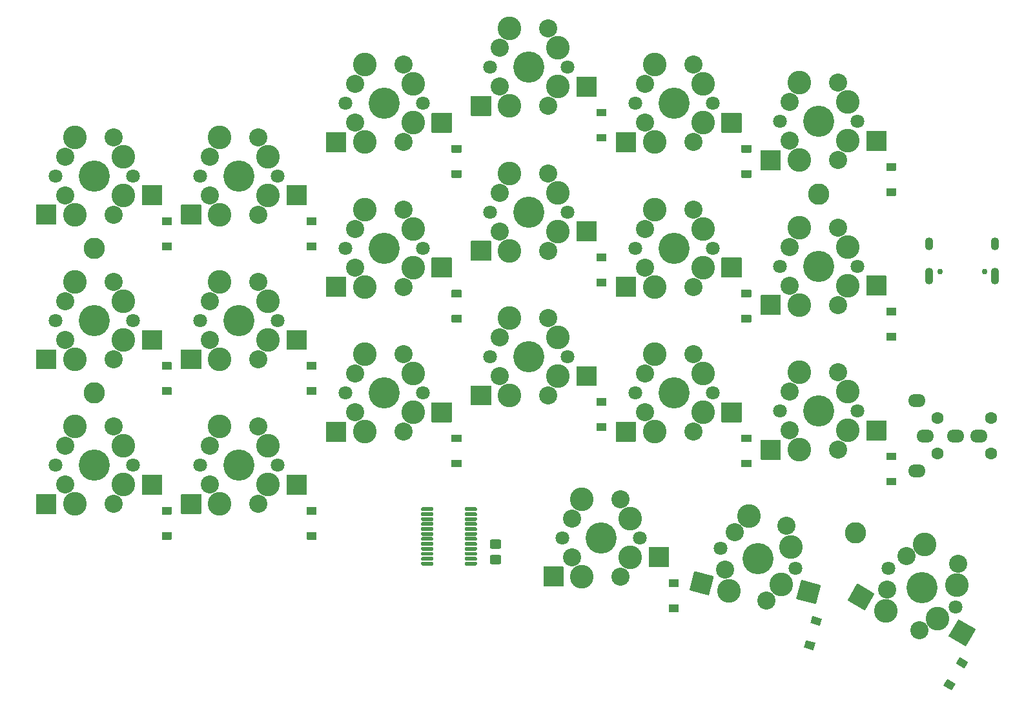
<source format=gbr>
%TF.GenerationSoftware,KiCad,Pcbnew,(5.1.10-1-10_14)*%
%TF.CreationDate,2022-01-29T17:31:24-08:00*%
%TF.ProjectId,phase,70686173-652e-46b6-9963-61645f706362,v1.0.1*%
%TF.SameCoordinates,Original*%
%TF.FileFunction,Soldermask,Bot*%
%TF.FilePolarity,Negative*%
%FSLAX46Y46*%
G04 Gerber Fmt 4.6, Leading zero omitted, Abs format (unit mm)*
G04 Created by KiCad (PCBNEW (5.1.10-1-10_14)) date 2022-01-29 17:31:24*
%MOMM*%
%LPD*%
G01*
G04 APERTURE LIST*
%ADD10C,2.800000*%
%ADD11C,1.600000*%
%ADD12O,2.300000X1.700000*%
%ADD13O,1.100000X1.700000*%
%ADD14C,0.750000*%
%ADD15O,1.100000X2.200000*%
%ADD16C,1.801800*%
%ADD17C,2.386000*%
%ADD18C,4.087800*%
%ADD19C,3.100000*%
G04 APERTURE END LIST*
%TO.C,D1*%
G36*
G01*
X60100000Y-75450000D02*
X58900000Y-75450000D01*
G75*
G02*
X58850000Y-75400000I0J50000D01*
G01*
X58850000Y-74500000D01*
G75*
G02*
X58900000Y-74450000I50000J0D01*
G01*
X60100000Y-74450000D01*
G75*
G02*
X60150000Y-74500000I0J-50000D01*
G01*
X60150000Y-75400000D01*
G75*
G02*
X60100000Y-75450000I-50000J0D01*
G01*
G37*
G36*
G01*
X60100000Y-78750000D02*
X58900000Y-78750000D01*
G75*
G02*
X58850000Y-78700000I0J50000D01*
G01*
X58850000Y-77800000D01*
G75*
G02*
X58900000Y-77750000I50000J0D01*
G01*
X60100000Y-77750000D01*
G75*
G02*
X60150000Y-77800000I0J-50000D01*
G01*
X60150000Y-78700000D01*
G75*
G02*
X60100000Y-78750000I-50000J0D01*
G01*
G37*
%TD*%
%TO.C,D2*%
G36*
G01*
X60100000Y-94450000D02*
X58900000Y-94450000D01*
G75*
G02*
X58850000Y-94400000I0J50000D01*
G01*
X58850000Y-93500000D01*
G75*
G02*
X58900000Y-93450000I50000J0D01*
G01*
X60100000Y-93450000D01*
G75*
G02*
X60150000Y-93500000I0J-50000D01*
G01*
X60150000Y-94400000D01*
G75*
G02*
X60100000Y-94450000I-50000J0D01*
G01*
G37*
G36*
G01*
X60100000Y-97750000D02*
X58900000Y-97750000D01*
G75*
G02*
X58850000Y-97700000I0J50000D01*
G01*
X58850000Y-96800000D01*
G75*
G02*
X58900000Y-96750000I50000J0D01*
G01*
X60100000Y-96750000D01*
G75*
G02*
X60150000Y-96800000I0J-50000D01*
G01*
X60150000Y-97700000D01*
G75*
G02*
X60100000Y-97750000I-50000J0D01*
G01*
G37*
%TD*%
%TO.C,D3*%
G36*
G01*
X60100000Y-113450000D02*
X58900000Y-113450000D01*
G75*
G02*
X58850000Y-113400000I0J50000D01*
G01*
X58850000Y-112500000D01*
G75*
G02*
X58900000Y-112450000I50000J0D01*
G01*
X60100000Y-112450000D01*
G75*
G02*
X60150000Y-112500000I0J-50000D01*
G01*
X60150000Y-113400000D01*
G75*
G02*
X60100000Y-113450000I-50000J0D01*
G01*
G37*
G36*
G01*
X60100000Y-116750000D02*
X58900000Y-116750000D01*
G75*
G02*
X58850000Y-116700000I0J50000D01*
G01*
X58850000Y-115800000D01*
G75*
G02*
X58900000Y-115750000I50000J0D01*
G01*
X60100000Y-115750000D01*
G75*
G02*
X60150000Y-115800000I0J-50000D01*
G01*
X60150000Y-116700000D01*
G75*
G02*
X60100000Y-116750000I-50000J0D01*
G01*
G37*
%TD*%
%TO.C,D4*%
G36*
G01*
X79100000Y-75450000D02*
X77900000Y-75450000D01*
G75*
G02*
X77850000Y-75400000I0J50000D01*
G01*
X77850000Y-74500000D01*
G75*
G02*
X77900000Y-74450000I50000J0D01*
G01*
X79100000Y-74450000D01*
G75*
G02*
X79150000Y-74500000I0J-50000D01*
G01*
X79150000Y-75400000D01*
G75*
G02*
X79100000Y-75450000I-50000J0D01*
G01*
G37*
G36*
G01*
X79100000Y-78750000D02*
X77900000Y-78750000D01*
G75*
G02*
X77850000Y-78700000I0J50000D01*
G01*
X77850000Y-77800000D01*
G75*
G02*
X77900000Y-77750000I50000J0D01*
G01*
X79100000Y-77750000D01*
G75*
G02*
X79150000Y-77800000I0J-50000D01*
G01*
X79150000Y-78700000D01*
G75*
G02*
X79100000Y-78750000I-50000J0D01*
G01*
G37*
%TD*%
%TO.C,D5*%
G36*
G01*
X79100000Y-94450000D02*
X77900000Y-94450000D01*
G75*
G02*
X77850000Y-94400000I0J50000D01*
G01*
X77850000Y-93500000D01*
G75*
G02*
X77900000Y-93450000I50000J0D01*
G01*
X79100000Y-93450000D01*
G75*
G02*
X79150000Y-93500000I0J-50000D01*
G01*
X79150000Y-94400000D01*
G75*
G02*
X79100000Y-94450000I-50000J0D01*
G01*
G37*
G36*
G01*
X79100000Y-97750000D02*
X77900000Y-97750000D01*
G75*
G02*
X77850000Y-97700000I0J50000D01*
G01*
X77850000Y-96800000D01*
G75*
G02*
X77900000Y-96750000I50000J0D01*
G01*
X79100000Y-96750000D01*
G75*
G02*
X79150000Y-96800000I0J-50000D01*
G01*
X79150000Y-97700000D01*
G75*
G02*
X79100000Y-97750000I-50000J0D01*
G01*
G37*
%TD*%
%TO.C,D6*%
G36*
G01*
X79100000Y-113450000D02*
X77900000Y-113450000D01*
G75*
G02*
X77850000Y-113400000I0J50000D01*
G01*
X77850000Y-112500000D01*
G75*
G02*
X77900000Y-112450000I50000J0D01*
G01*
X79100000Y-112450000D01*
G75*
G02*
X79150000Y-112500000I0J-50000D01*
G01*
X79150000Y-113400000D01*
G75*
G02*
X79100000Y-113450000I-50000J0D01*
G01*
G37*
G36*
G01*
X79100000Y-116750000D02*
X77900000Y-116750000D01*
G75*
G02*
X77850000Y-116700000I0J50000D01*
G01*
X77850000Y-115800000D01*
G75*
G02*
X77900000Y-115750000I50000J0D01*
G01*
X79100000Y-115750000D01*
G75*
G02*
X79150000Y-115800000I0J-50000D01*
G01*
X79150000Y-116700000D01*
G75*
G02*
X79100000Y-116750000I-50000J0D01*
G01*
G37*
%TD*%
%TO.C,D7*%
G36*
G01*
X98100000Y-65950000D02*
X96900000Y-65950000D01*
G75*
G02*
X96850000Y-65900000I0J50000D01*
G01*
X96850000Y-65000000D01*
G75*
G02*
X96900000Y-64950000I50000J0D01*
G01*
X98100000Y-64950000D01*
G75*
G02*
X98150000Y-65000000I0J-50000D01*
G01*
X98150000Y-65900000D01*
G75*
G02*
X98100000Y-65950000I-50000J0D01*
G01*
G37*
G36*
G01*
X98100000Y-69250000D02*
X96900000Y-69250000D01*
G75*
G02*
X96850000Y-69200000I0J50000D01*
G01*
X96850000Y-68300000D01*
G75*
G02*
X96900000Y-68250000I50000J0D01*
G01*
X98100000Y-68250000D01*
G75*
G02*
X98150000Y-68300000I0J-50000D01*
G01*
X98150000Y-69200000D01*
G75*
G02*
X98100000Y-69250000I-50000J0D01*
G01*
G37*
%TD*%
%TO.C,D8*%
G36*
G01*
X98100000Y-84950000D02*
X96900000Y-84950000D01*
G75*
G02*
X96850000Y-84900000I0J50000D01*
G01*
X96850000Y-84000000D01*
G75*
G02*
X96900000Y-83950000I50000J0D01*
G01*
X98100000Y-83950000D01*
G75*
G02*
X98150000Y-84000000I0J-50000D01*
G01*
X98150000Y-84900000D01*
G75*
G02*
X98100000Y-84950000I-50000J0D01*
G01*
G37*
G36*
G01*
X98100000Y-88250000D02*
X96900000Y-88250000D01*
G75*
G02*
X96850000Y-88200000I0J50000D01*
G01*
X96850000Y-87300000D01*
G75*
G02*
X96900000Y-87250000I50000J0D01*
G01*
X98100000Y-87250000D01*
G75*
G02*
X98150000Y-87300000I0J-50000D01*
G01*
X98150000Y-88200000D01*
G75*
G02*
X98100000Y-88250000I-50000J0D01*
G01*
G37*
%TD*%
%TO.C,D9*%
G36*
G01*
X98100000Y-103950000D02*
X96900000Y-103950000D01*
G75*
G02*
X96850000Y-103900000I0J50000D01*
G01*
X96850000Y-103000000D01*
G75*
G02*
X96900000Y-102950000I50000J0D01*
G01*
X98100000Y-102950000D01*
G75*
G02*
X98150000Y-103000000I0J-50000D01*
G01*
X98150000Y-103900000D01*
G75*
G02*
X98100000Y-103950000I-50000J0D01*
G01*
G37*
G36*
G01*
X98100000Y-107250000D02*
X96900000Y-107250000D01*
G75*
G02*
X96850000Y-107200000I0J50000D01*
G01*
X96850000Y-106300000D01*
G75*
G02*
X96900000Y-106250000I50000J0D01*
G01*
X98100000Y-106250000D01*
G75*
G02*
X98150000Y-106300000I0J-50000D01*
G01*
X98150000Y-107200000D01*
G75*
G02*
X98100000Y-107250000I-50000J0D01*
G01*
G37*
%TD*%
%TO.C,D10*%
G36*
G01*
X117100000Y-61200000D02*
X115900000Y-61200000D01*
G75*
G02*
X115850000Y-61150000I0J50000D01*
G01*
X115850000Y-60250000D01*
G75*
G02*
X115900000Y-60200000I50000J0D01*
G01*
X117100000Y-60200000D01*
G75*
G02*
X117150000Y-60250000I0J-50000D01*
G01*
X117150000Y-61150000D01*
G75*
G02*
X117100000Y-61200000I-50000J0D01*
G01*
G37*
G36*
G01*
X117100000Y-64500000D02*
X115900000Y-64500000D01*
G75*
G02*
X115850000Y-64450000I0J50000D01*
G01*
X115850000Y-63550000D01*
G75*
G02*
X115900000Y-63500000I50000J0D01*
G01*
X117100000Y-63500000D01*
G75*
G02*
X117150000Y-63550000I0J-50000D01*
G01*
X117150000Y-64450000D01*
G75*
G02*
X117100000Y-64500000I-50000J0D01*
G01*
G37*
%TD*%
%TO.C,D11*%
G36*
G01*
X117100000Y-80200000D02*
X115900000Y-80200000D01*
G75*
G02*
X115850000Y-80150000I0J50000D01*
G01*
X115850000Y-79250000D01*
G75*
G02*
X115900000Y-79200000I50000J0D01*
G01*
X117100000Y-79200000D01*
G75*
G02*
X117150000Y-79250000I0J-50000D01*
G01*
X117150000Y-80150000D01*
G75*
G02*
X117100000Y-80200000I-50000J0D01*
G01*
G37*
G36*
G01*
X117100000Y-83500000D02*
X115900000Y-83500000D01*
G75*
G02*
X115850000Y-83450000I0J50000D01*
G01*
X115850000Y-82550000D01*
G75*
G02*
X115900000Y-82500000I50000J0D01*
G01*
X117100000Y-82500000D01*
G75*
G02*
X117150000Y-82550000I0J-50000D01*
G01*
X117150000Y-83450000D01*
G75*
G02*
X117100000Y-83500000I-50000J0D01*
G01*
G37*
%TD*%
%TO.C,D12*%
G36*
G01*
X117100000Y-99200000D02*
X115900000Y-99200000D01*
G75*
G02*
X115850000Y-99150000I0J50000D01*
G01*
X115850000Y-98250000D01*
G75*
G02*
X115900000Y-98200000I50000J0D01*
G01*
X117100000Y-98200000D01*
G75*
G02*
X117150000Y-98250000I0J-50000D01*
G01*
X117150000Y-99150000D01*
G75*
G02*
X117100000Y-99200000I-50000J0D01*
G01*
G37*
G36*
G01*
X117100000Y-102500000D02*
X115900000Y-102500000D01*
G75*
G02*
X115850000Y-102450000I0J50000D01*
G01*
X115850000Y-101550000D01*
G75*
G02*
X115900000Y-101500000I50000J0D01*
G01*
X117100000Y-101500000D01*
G75*
G02*
X117150000Y-101550000I0J-50000D01*
G01*
X117150000Y-102450000D01*
G75*
G02*
X117100000Y-102500000I-50000J0D01*
G01*
G37*
%TD*%
%TO.C,D13*%
G36*
G01*
X126600000Y-122950000D02*
X125400000Y-122950000D01*
G75*
G02*
X125350000Y-122900000I0J50000D01*
G01*
X125350000Y-122000000D01*
G75*
G02*
X125400000Y-121950000I50000J0D01*
G01*
X126600000Y-121950000D01*
G75*
G02*
X126650000Y-122000000I0J-50000D01*
G01*
X126650000Y-122900000D01*
G75*
G02*
X126600000Y-122950000I-50000J0D01*
G01*
G37*
G36*
G01*
X126600000Y-126250000D02*
X125400000Y-126250000D01*
G75*
G02*
X125350000Y-126200000I0J50000D01*
G01*
X125350000Y-125300000D01*
G75*
G02*
X125400000Y-125250000I50000J0D01*
G01*
X126600000Y-125250000D01*
G75*
G02*
X126650000Y-125300000I0J-50000D01*
G01*
X126650000Y-126200000D01*
G75*
G02*
X126600000Y-126250000I-50000J0D01*
G01*
G37*
%TD*%
%TO.C,D14*%
G36*
G01*
X136100000Y-65950000D02*
X134900000Y-65950000D01*
G75*
G02*
X134850000Y-65900000I0J50000D01*
G01*
X134850000Y-65000000D01*
G75*
G02*
X134900000Y-64950000I50000J0D01*
G01*
X136100000Y-64950000D01*
G75*
G02*
X136150000Y-65000000I0J-50000D01*
G01*
X136150000Y-65900000D01*
G75*
G02*
X136100000Y-65950000I-50000J0D01*
G01*
G37*
G36*
G01*
X136100000Y-69250000D02*
X134900000Y-69250000D01*
G75*
G02*
X134850000Y-69200000I0J50000D01*
G01*
X134850000Y-68300000D01*
G75*
G02*
X134900000Y-68250000I50000J0D01*
G01*
X136100000Y-68250000D01*
G75*
G02*
X136150000Y-68300000I0J-50000D01*
G01*
X136150000Y-69200000D01*
G75*
G02*
X136100000Y-69250000I-50000J0D01*
G01*
G37*
%TD*%
%TO.C,D15*%
G36*
G01*
X136100000Y-84950000D02*
X134900000Y-84950000D01*
G75*
G02*
X134850000Y-84900000I0J50000D01*
G01*
X134850000Y-84000000D01*
G75*
G02*
X134900000Y-83950000I50000J0D01*
G01*
X136100000Y-83950000D01*
G75*
G02*
X136150000Y-84000000I0J-50000D01*
G01*
X136150000Y-84900000D01*
G75*
G02*
X136100000Y-84950000I-50000J0D01*
G01*
G37*
G36*
G01*
X136100000Y-88250000D02*
X134900000Y-88250000D01*
G75*
G02*
X134850000Y-88200000I0J50000D01*
G01*
X134850000Y-87300000D01*
G75*
G02*
X134900000Y-87250000I50000J0D01*
G01*
X136100000Y-87250000D01*
G75*
G02*
X136150000Y-87300000I0J-50000D01*
G01*
X136150000Y-88200000D01*
G75*
G02*
X136100000Y-88250000I-50000J0D01*
G01*
G37*
%TD*%
%TO.C,D16*%
G36*
G01*
X136100000Y-103950000D02*
X134900000Y-103950000D01*
G75*
G02*
X134850000Y-103900000I0J50000D01*
G01*
X134850000Y-103000000D01*
G75*
G02*
X134900000Y-102950000I50000J0D01*
G01*
X136100000Y-102950000D01*
G75*
G02*
X136150000Y-103000000I0J-50000D01*
G01*
X136150000Y-103900000D01*
G75*
G02*
X136100000Y-103950000I-50000J0D01*
G01*
G37*
G36*
G01*
X136100000Y-107250000D02*
X134900000Y-107250000D01*
G75*
G02*
X134850000Y-107200000I0J50000D01*
G01*
X134850000Y-106300000D01*
G75*
G02*
X134900000Y-106250000I50000J0D01*
G01*
X136100000Y-106250000D01*
G75*
G02*
X136150000Y-106300000I0J-50000D01*
G01*
X136150000Y-107200000D01*
G75*
G02*
X136100000Y-107250000I-50000J0D01*
G01*
G37*
%TD*%
%TO.C,D17*%
G36*
G01*
X145117197Y-128047476D02*
X143958086Y-127736893D01*
G75*
G02*
X143922731Y-127675656I12941J48296D01*
G01*
X144155668Y-126806323D01*
G75*
G02*
X144216905Y-126770968I48296J-12941D01*
G01*
X145376016Y-127081551D01*
G75*
G02*
X145411371Y-127142788I-12941J-48296D01*
G01*
X145178434Y-128012121D01*
G75*
G02*
X145117197Y-128047476I-48296J12941D01*
G01*
G37*
G36*
G01*
X144263095Y-131235032D02*
X143103984Y-130924449D01*
G75*
G02*
X143068629Y-130863212I12941J48296D01*
G01*
X143301566Y-129993879D01*
G75*
G02*
X143362803Y-129958524I48296J-12941D01*
G01*
X144521914Y-130269107D01*
G75*
G02*
X144557269Y-130330344I-12941J-48296D01*
G01*
X144324332Y-131199677D01*
G75*
G02*
X144263095Y-131235032I-48296J12941D01*
G01*
G37*
%TD*%
%TO.C,D18*%
G36*
G01*
X155100000Y-68325000D02*
X153900000Y-68325000D01*
G75*
G02*
X153850000Y-68275000I0J50000D01*
G01*
X153850000Y-67375000D01*
G75*
G02*
X153900000Y-67325000I50000J0D01*
G01*
X155100000Y-67325000D01*
G75*
G02*
X155150000Y-67375000I0J-50000D01*
G01*
X155150000Y-68275000D01*
G75*
G02*
X155100000Y-68325000I-50000J0D01*
G01*
G37*
G36*
G01*
X155100000Y-71625000D02*
X153900000Y-71625000D01*
G75*
G02*
X153850000Y-71575000I0J50000D01*
G01*
X153850000Y-70675000D01*
G75*
G02*
X153900000Y-70625000I50000J0D01*
G01*
X155100000Y-70625000D01*
G75*
G02*
X155150000Y-70675000I0J-50000D01*
G01*
X155150000Y-71575000D01*
G75*
G02*
X155100000Y-71625000I-50000J0D01*
G01*
G37*
%TD*%
%TO.C,D19*%
G36*
G01*
X155100000Y-87325000D02*
X153900000Y-87325000D01*
G75*
G02*
X153850000Y-87275000I0J50000D01*
G01*
X153850000Y-86375000D01*
G75*
G02*
X153900000Y-86325000I50000J0D01*
G01*
X155100000Y-86325000D01*
G75*
G02*
X155150000Y-86375000I0J-50000D01*
G01*
X155150000Y-87275000D01*
G75*
G02*
X155100000Y-87325000I-50000J0D01*
G01*
G37*
G36*
G01*
X155100000Y-90625000D02*
X153900000Y-90625000D01*
G75*
G02*
X153850000Y-90575000I0J50000D01*
G01*
X153850000Y-89675000D01*
G75*
G02*
X153900000Y-89625000I50000J0D01*
G01*
X155100000Y-89625000D01*
G75*
G02*
X155150000Y-89675000I0J-50000D01*
G01*
X155150000Y-90575000D01*
G75*
G02*
X155100000Y-90625000I-50000J0D01*
G01*
G37*
%TD*%
%TO.C,D20*%
G36*
G01*
X155100000Y-106325000D02*
X153900000Y-106325000D01*
G75*
G02*
X153850000Y-106275000I0J50000D01*
G01*
X153850000Y-105375000D01*
G75*
G02*
X153900000Y-105325000I50000J0D01*
G01*
X155100000Y-105325000D01*
G75*
G02*
X155150000Y-105375000I0J-50000D01*
G01*
X155150000Y-106275000D01*
G75*
G02*
X155100000Y-106325000I-50000J0D01*
G01*
G37*
G36*
G01*
X155100000Y-109625000D02*
X153900000Y-109625000D01*
G75*
G02*
X153850000Y-109575000I0J50000D01*
G01*
X153850000Y-108675000D01*
G75*
G02*
X153900000Y-108625000I50000J0D01*
G01*
X155100000Y-108625000D01*
G75*
G02*
X155150000Y-108675000I0J-50000D01*
G01*
X155150000Y-109575000D01*
G75*
G02*
X155100000Y-109625000I-50000J0D01*
G01*
G37*
%TD*%
%TO.C,D21*%
G36*
G01*
X164059615Y-133650070D02*
X163020385Y-133050070D01*
G75*
G02*
X163002084Y-132981769I25000J43301D01*
G01*
X163452084Y-132202347D01*
G75*
G02*
X163520385Y-132184046I43301J-25000D01*
G01*
X164559615Y-132784046D01*
G75*
G02*
X164577916Y-132852347I-25000J-43301D01*
G01*
X164127916Y-133631769D01*
G75*
G02*
X164059615Y-133650070I-43301J25000D01*
G01*
G37*
G36*
G01*
X162409615Y-136507954D02*
X161370385Y-135907954D01*
G75*
G02*
X161352084Y-135839653I25000J43301D01*
G01*
X161802084Y-135060231D01*
G75*
G02*
X161870385Y-135041930I43301J-25000D01*
G01*
X162909615Y-135641930D01*
G75*
G02*
X162927916Y-135710231I-25000J-43301D01*
G01*
X162477916Y-136489653D01*
G75*
G02*
X162409615Y-136507954I-43301J25000D01*
G01*
G37*
%TD*%
D10*
%TO.C,REF\u002A\u002A*%
X145000000Y-71375000D03*
%TD*%
%TO.C,REF\u002A\u002A*%
X149860000Y-115824000D03*
%TD*%
%TO.C,REF\u002A\u002A*%
X50000000Y-97500000D03*
%TD*%
%TO.C,REF\u002A\u002A*%
X50000000Y-78500000D03*
%TD*%
D11*
%TO.C,J2*%
X160564000Y-105424000D03*
X167564000Y-105424000D03*
D12*
X157864000Y-107724000D03*
X157864000Y-98524000D03*
X158964000Y-103124000D03*
X165964000Y-103124000D03*
D11*
X160564000Y-100824000D03*
X167564000Y-100824000D03*
D12*
X162964000Y-103124000D03*
%TD*%
%TO.C,C9*%
G36*
G01*
X102137738Y-118755000D02*
X103094262Y-118755000D01*
G75*
G02*
X103366000Y-119026738I0J-271738D01*
G01*
X103366000Y-119733262D01*
G75*
G02*
X103094262Y-120005000I-271738J0D01*
G01*
X102137738Y-120005000D01*
G75*
G02*
X101866000Y-119733262I0J271738D01*
G01*
X101866000Y-119026738D01*
G75*
G02*
X102137738Y-118755000I271738J0D01*
G01*
G37*
G36*
G01*
X102137738Y-116705000D02*
X103094262Y-116705000D01*
G75*
G02*
X103366000Y-116976738I0J-271738D01*
G01*
X103366000Y-117683262D01*
G75*
G02*
X103094262Y-117955000I-271738J0D01*
G01*
X102137738Y-117955000D01*
G75*
G02*
X101866000Y-117683262I0J271738D01*
G01*
X101866000Y-116976738D01*
G75*
G02*
X102137738Y-116705000I271738J0D01*
G01*
G37*
%TD*%
D13*
%TO.C,J1*%
X159510000Y-77944000D03*
D14*
X160940000Y-81594000D03*
D13*
X168150000Y-77944000D03*
D14*
X166720000Y-81594000D03*
D15*
X168150000Y-82124000D03*
X159510000Y-82124000D03*
%TD*%
D16*
%TO.C,K1*%
X44920000Y-69000000D03*
X55080000Y-69000000D03*
D17*
X46190000Y-66460000D03*
D18*
X50000000Y-69000000D03*
D17*
X52540000Y-63920000D03*
D19*
X53810000Y-71540000D03*
X47460000Y-74080000D03*
D17*
X46190000Y-71540000D03*
X52540000Y-74080000D03*
D19*
X53810000Y-66460000D03*
X47460000Y-63920000D03*
G36*
G01*
X56235000Y-72790000D02*
X56235000Y-70290000D01*
G75*
G02*
X56285000Y-70240000I50000J0D01*
G01*
X58835000Y-70240000D01*
G75*
G02*
X58885000Y-70290000I0J-50000D01*
G01*
X58885000Y-72790000D01*
G75*
G02*
X58835000Y-72840000I-50000J0D01*
G01*
X56285000Y-72840000D01*
G75*
G02*
X56235000Y-72790000I0J50000D01*
G01*
G37*
G36*
G01*
X42385000Y-75330000D02*
X42385000Y-72830000D01*
G75*
G02*
X42435000Y-72780000I50000J0D01*
G01*
X44985000Y-72780000D01*
G75*
G02*
X45035000Y-72830000I0J-50000D01*
G01*
X45035000Y-75330000D01*
G75*
G02*
X44985000Y-75380000I-50000J0D01*
G01*
X42435000Y-75380000D01*
G75*
G02*
X42385000Y-75330000I0J50000D01*
G01*
G37*
%TD*%
D16*
%TO.C,K2*%
X44920000Y-88000000D03*
X55080000Y-88000000D03*
D17*
X46190000Y-85460000D03*
D18*
X50000000Y-88000000D03*
D17*
X52540000Y-82920000D03*
D19*
X53810000Y-90540000D03*
X47460000Y-93080000D03*
D17*
X46190000Y-90540000D03*
X52540000Y-93080000D03*
D19*
X53810000Y-85460000D03*
X47460000Y-82920000D03*
G36*
G01*
X56235000Y-91790000D02*
X56235000Y-89290000D01*
G75*
G02*
X56285000Y-89240000I50000J0D01*
G01*
X58835000Y-89240000D01*
G75*
G02*
X58885000Y-89290000I0J-50000D01*
G01*
X58885000Y-91790000D01*
G75*
G02*
X58835000Y-91840000I-50000J0D01*
G01*
X56285000Y-91840000D01*
G75*
G02*
X56235000Y-91790000I0J50000D01*
G01*
G37*
G36*
G01*
X42385000Y-94330000D02*
X42385000Y-91830000D01*
G75*
G02*
X42435000Y-91780000I50000J0D01*
G01*
X44985000Y-91780000D01*
G75*
G02*
X45035000Y-91830000I0J-50000D01*
G01*
X45035000Y-94330000D01*
G75*
G02*
X44985000Y-94380000I-50000J0D01*
G01*
X42435000Y-94380000D01*
G75*
G02*
X42385000Y-94330000I0J50000D01*
G01*
G37*
%TD*%
D16*
%TO.C,K3*%
X44920000Y-107000000D03*
X55080000Y-107000000D03*
D17*
X46190000Y-104460000D03*
D18*
X50000000Y-107000000D03*
D17*
X52540000Y-101920000D03*
D19*
X53810000Y-109540000D03*
X47460000Y-112080000D03*
D17*
X46190000Y-109540000D03*
X52540000Y-112080000D03*
D19*
X53810000Y-104460000D03*
X47460000Y-101920000D03*
G36*
G01*
X56235000Y-110790000D02*
X56235000Y-108290000D01*
G75*
G02*
X56285000Y-108240000I50000J0D01*
G01*
X58835000Y-108240000D01*
G75*
G02*
X58885000Y-108290000I0J-50000D01*
G01*
X58885000Y-110790000D01*
G75*
G02*
X58835000Y-110840000I-50000J0D01*
G01*
X56285000Y-110840000D01*
G75*
G02*
X56235000Y-110790000I0J50000D01*
G01*
G37*
G36*
G01*
X42385000Y-113330000D02*
X42385000Y-110830000D01*
G75*
G02*
X42435000Y-110780000I50000J0D01*
G01*
X44985000Y-110780000D01*
G75*
G02*
X45035000Y-110830000I0J-50000D01*
G01*
X45035000Y-113330000D01*
G75*
G02*
X44985000Y-113380000I-50000J0D01*
G01*
X42435000Y-113380000D01*
G75*
G02*
X42385000Y-113330000I0J50000D01*
G01*
G37*
%TD*%
D16*
%TO.C,K4*%
X63920000Y-69000000D03*
X74080000Y-69000000D03*
D17*
X65190000Y-66460000D03*
D18*
X69000000Y-69000000D03*
D17*
X71540000Y-63920000D03*
D19*
X72810000Y-71540000D03*
X66460000Y-74080000D03*
D17*
X65190000Y-71540000D03*
X71540000Y-74080000D03*
D19*
X72810000Y-66460000D03*
X66460000Y-63920000D03*
G36*
G01*
X75235000Y-72790000D02*
X75235000Y-70290000D01*
G75*
G02*
X75285000Y-70240000I50000J0D01*
G01*
X77835000Y-70240000D01*
G75*
G02*
X77885000Y-70290000I0J-50000D01*
G01*
X77885000Y-72790000D01*
G75*
G02*
X77835000Y-72840000I-50000J0D01*
G01*
X75285000Y-72840000D01*
G75*
G02*
X75235000Y-72790000I0J50000D01*
G01*
G37*
G36*
G01*
X61385000Y-75330000D02*
X61385000Y-72830000D01*
G75*
G02*
X61435000Y-72780000I50000J0D01*
G01*
X63985000Y-72780000D01*
G75*
G02*
X64035000Y-72830000I0J-50000D01*
G01*
X64035000Y-75330000D01*
G75*
G02*
X63985000Y-75380000I-50000J0D01*
G01*
X61435000Y-75380000D01*
G75*
G02*
X61385000Y-75330000I0J50000D01*
G01*
G37*
%TD*%
D16*
%TO.C,K5*%
X63920000Y-88000000D03*
X74080000Y-88000000D03*
D17*
X65190000Y-85460000D03*
D18*
X69000000Y-88000000D03*
D17*
X71540000Y-82920000D03*
D19*
X72810000Y-90540000D03*
X66460000Y-93080000D03*
D17*
X65190000Y-90540000D03*
X71540000Y-93080000D03*
D19*
X72810000Y-85460000D03*
X66460000Y-82920000D03*
G36*
G01*
X75235000Y-91790000D02*
X75235000Y-89290000D01*
G75*
G02*
X75285000Y-89240000I50000J0D01*
G01*
X77835000Y-89240000D01*
G75*
G02*
X77885000Y-89290000I0J-50000D01*
G01*
X77885000Y-91790000D01*
G75*
G02*
X77835000Y-91840000I-50000J0D01*
G01*
X75285000Y-91840000D01*
G75*
G02*
X75235000Y-91790000I0J50000D01*
G01*
G37*
G36*
G01*
X61385000Y-94330000D02*
X61385000Y-91830000D01*
G75*
G02*
X61435000Y-91780000I50000J0D01*
G01*
X63985000Y-91780000D01*
G75*
G02*
X64035000Y-91830000I0J-50000D01*
G01*
X64035000Y-94330000D01*
G75*
G02*
X63985000Y-94380000I-50000J0D01*
G01*
X61435000Y-94380000D01*
G75*
G02*
X61385000Y-94330000I0J50000D01*
G01*
G37*
%TD*%
D16*
%TO.C,K6*%
X63920000Y-107000000D03*
X74080000Y-107000000D03*
D17*
X65190000Y-104460000D03*
D18*
X69000000Y-107000000D03*
D17*
X71540000Y-101920000D03*
D19*
X72810000Y-109540000D03*
X66460000Y-112080000D03*
D17*
X65190000Y-109540000D03*
X71540000Y-112080000D03*
D19*
X72810000Y-104460000D03*
X66460000Y-101920000D03*
G36*
G01*
X75235000Y-110790000D02*
X75235000Y-108290000D01*
G75*
G02*
X75285000Y-108240000I50000J0D01*
G01*
X77835000Y-108240000D01*
G75*
G02*
X77885000Y-108290000I0J-50000D01*
G01*
X77885000Y-110790000D01*
G75*
G02*
X77835000Y-110840000I-50000J0D01*
G01*
X75285000Y-110840000D01*
G75*
G02*
X75235000Y-110790000I0J50000D01*
G01*
G37*
G36*
G01*
X61385000Y-113330000D02*
X61385000Y-110830000D01*
G75*
G02*
X61435000Y-110780000I50000J0D01*
G01*
X63985000Y-110780000D01*
G75*
G02*
X64035000Y-110830000I0J-50000D01*
G01*
X64035000Y-113330000D01*
G75*
G02*
X63985000Y-113380000I-50000J0D01*
G01*
X61435000Y-113380000D01*
G75*
G02*
X61385000Y-113330000I0J50000D01*
G01*
G37*
%TD*%
D16*
%TO.C,K7*%
X82920000Y-59500000D03*
X93080000Y-59500000D03*
D17*
X84190000Y-56960000D03*
D18*
X88000000Y-59500000D03*
D17*
X90540000Y-54420000D03*
D19*
X91810000Y-62040000D03*
X85460000Y-64580000D03*
D17*
X84190000Y-62040000D03*
X90540000Y-64580000D03*
D19*
X91810000Y-56960000D03*
X85460000Y-54420000D03*
G36*
G01*
X94235000Y-63290000D02*
X94235000Y-60790000D01*
G75*
G02*
X94285000Y-60740000I50000J0D01*
G01*
X96835000Y-60740000D01*
G75*
G02*
X96885000Y-60790000I0J-50000D01*
G01*
X96885000Y-63290000D01*
G75*
G02*
X96835000Y-63340000I-50000J0D01*
G01*
X94285000Y-63340000D01*
G75*
G02*
X94235000Y-63290000I0J50000D01*
G01*
G37*
G36*
G01*
X80385000Y-65830000D02*
X80385000Y-63330000D01*
G75*
G02*
X80435000Y-63280000I50000J0D01*
G01*
X82985000Y-63280000D01*
G75*
G02*
X83035000Y-63330000I0J-50000D01*
G01*
X83035000Y-65830000D01*
G75*
G02*
X82985000Y-65880000I-50000J0D01*
G01*
X80435000Y-65880000D01*
G75*
G02*
X80385000Y-65830000I0J50000D01*
G01*
G37*
%TD*%
D16*
%TO.C,K8*%
X82920000Y-78500000D03*
X93080000Y-78500000D03*
D17*
X84190000Y-75960000D03*
D18*
X88000000Y-78500000D03*
D17*
X90540000Y-73420000D03*
D19*
X91810000Y-81040000D03*
X85460000Y-83580000D03*
D17*
X84190000Y-81040000D03*
X90540000Y-83580000D03*
D19*
X91810000Y-75960000D03*
X85460000Y-73420000D03*
G36*
G01*
X94235000Y-82290000D02*
X94235000Y-79790000D01*
G75*
G02*
X94285000Y-79740000I50000J0D01*
G01*
X96835000Y-79740000D01*
G75*
G02*
X96885000Y-79790000I0J-50000D01*
G01*
X96885000Y-82290000D01*
G75*
G02*
X96835000Y-82340000I-50000J0D01*
G01*
X94285000Y-82340000D01*
G75*
G02*
X94235000Y-82290000I0J50000D01*
G01*
G37*
G36*
G01*
X80385000Y-84830000D02*
X80385000Y-82330000D01*
G75*
G02*
X80435000Y-82280000I50000J0D01*
G01*
X82985000Y-82280000D01*
G75*
G02*
X83035000Y-82330000I0J-50000D01*
G01*
X83035000Y-84830000D01*
G75*
G02*
X82985000Y-84880000I-50000J0D01*
G01*
X80435000Y-84880000D01*
G75*
G02*
X80385000Y-84830000I0J50000D01*
G01*
G37*
%TD*%
D16*
%TO.C,K9*%
X82920000Y-97500000D03*
X93080000Y-97500000D03*
D17*
X84190000Y-94960000D03*
D18*
X88000000Y-97500000D03*
D17*
X90540000Y-92420000D03*
D19*
X91810000Y-100040000D03*
X85460000Y-102580000D03*
D17*
X84190000Y-100040000D03*
X90540000Y-102580000D03*
D19*
X91810000Y-94960000D03*
X85460000Y-92420000D03*
G36*
G01*
X94235000Y-101290000D02*
X94235000Y-98790000D01*
G75*
G02*
X94285000Y-98740000I50000J0D01*
G01*
X96835000Y-98740000D01*
G75*
G02*
X96885000Y-98790000I0J-50000D01*
G01*
X96885000Y-101290000D01*
G75*
G02*
X96835000Y-101340000I-50000J0D01*
G01*
X94285000Y-101340000D01*
G75*
G02*
X94235000Y-101290000I0J50000D01*
G01*
G37*
G36*
G01*
X80385000Y-103830000D02*
X80385000Y-101330000D01*
G75*
G02*
X80435000Y-101280000I50000J0D01*
G01*
X82985000Y-101280000D01*
G75*
G02*
X83035000Y-101330000I0J-50000D01*
G01*
X83035000Y-103830000D01*
G75*
G02*
X82985000Y-103880000I-50000J0D01*
G01*
X80435000Y-103880000D01*
G75*
G02*
X80385000Y-103830000I0J50000D01*
G01*
G37*
%TD*%
D16*
%TO.C,K10*%
X101920000Y-54750000D03*
X112080000Y-54750000D03*
D17*
X103190000Y-52210000D03*
D18*
X107000000Y-54750000D03*
D17*
X109540000Y-49670000D03*
D19*
X110810000Y-57290000D03*
X104460000Y-59830000D03*
D17*
X103190000Y-57290000D03*
X109540000Y-59830000D03*
D19*
X110810000Y-52210000D03*
X104460000Y-49670000D03*
G36*
G01*
X113235000Y-58540000D02*
X113235000Y-56040000D01*
G75*
G02*
X113285000Y-55990000I50000J0D01*
G01*
X115835000Y-55990000D01*
G75*
G02*
X115885000Y-56040000I0J-50000D01*
G01*
X115885000Y-58540000D01*
G75*
G02*
X115835000Y-58590000I-50000J0D01*
G01*
X113285000Y-58590000D01*
G75*
G02*
X113235000Y-58540000I0J50000D01*
G01*
G37*
G36*
G01*
X99385000Y-61080000D02*
X99385000Y-58580000D01*
G75*
G02*
X99435000Y-58530000I50000J0D01*
G01*
X101985000Y-58530000D01*
G75*
G02*
X102035000Y-58580000I0J-50000D01*
G01*
X102035000Y-61080000D01*
G75*
G02*
X101985000Y-61130000I-50000J0D01*
G01*
X99435000Y-61130000D01*
G75*
G02*
X99385000Y-61080000I0J50000D01*
G01*
G37*
%TD*%
D16*
%TO.C,K11*%
X101920000Y-73750000D03*
X112080000Y-73750000D03*
D17*
X103190000Y-71210000D03*
D18*
X107000000Y-73750000D03*
D17*
X109540000Y-68670000D03*
D19*
X110810000Y-76290000D03*
X104460000Y-78830000D03*
D17*
X103190000Y-76290000D03*
X109540000Y-78830000D03*
D19*
X110810000Y-71210000D03*
X104460000Y-68670000D03*
G36*
G01*
X113235000Y-77540000D02*
X113235000Y-75040000D01*
G75*
G02*
X113285000Y-74990000I50000J0D01*
G01*
X115835000Y-74990000D01*
G75*
G02*
X115885000Y-75040000I0J-50000D01*
G01*
X115885000Y-77540000D01*
G75*
G02*
X115835000Y-77590000I-50000J0D01*
G01*
X113285000Y-77590000D01*
G75*
G02*
X113235000Y-77540000I0J50000D01*
G01*
G37*
G36*
G01*
X99385000Y-80080000D02*
X99385000Y-77580000D01*
G75*
G02*
X99435000Y-77530000I50000J0D01*
G01*
X101985000Y-77530000D01*
G75*
G02*
X102035000Y-77580000I0J-50000D01*
G01*
X102035000Y-80080000D01*
G75*
G02*
X101985000Y-80130000I-50000J0D01*
G01*
X99435000Y-80130000D01*
G75*
G02*
X99385000Y-80080000I0J50000D01*
G01*
G37*
%TD*%
D16*
%TO.C,K12*%
X101920000Y-92750000D03*
X112080000Y-92750000D03*
D17*
X103190000Y-90210000D03*
D18*
X107000000Y-92750000D03*
D17*
X109540000Y-87670000D03*
D19*
X110810000Y-95290000D03*
X104460000Y-97830000D03*
D17*
X103190000Y-95290000D03*
X109540000Y-97830000D03*
D19*
X110810000Y-90210000D03*
X104460000Y-87670000D03*
G36*
G01*
X113235000Y-96540000D02*
X113235000Y-94040000D01*
G75*
G02*
X113285000Y-93990000I50000J0D01*
G01*
X115835000Y-93990000D01*
G75*
G02*
X115885000Y-94040000I0J-50000D01*
G01*
X115885000Y-96540000D01*
G75*
G02*
X115835000Y-96590000I-50000J0D01*
G01*
X113285000Y-96590000D01*
G75*
G02*
X113235000Y-96540000I0J50000D01*
G01*
G37*
G36*
G01*
X99385000Y-99080000D02*
X99385000Y-96580000D01*
G75*
G02*
X99435000Y-96530000I50000J0D01*
G01*
X101985000Y-96530000D01*
G75*
G02*
X102035000Y-96580000I0J-50000D01*
G01*
X102035000Y-99080000D01*
G75*
G02*
X101985000Y-99130000I-50000J0D01*
G01*
X99435000Y-99130000D01*
G75*
G02*
X99385000Y-99080000I0J50000D01*
G01*
G37*
%TD*%
D16*
%TO.C,K13*%
X111420000Y-116500000D03*
X121580000Y-116500000D03*
D17*
X112690000Y-113960000D03*
D18*
X116500000Y-116500000D03*
D17*
X119040000Y-111420000D03*
D19*
X120310000Y-119040000D03*
X113960000Y-121580000D03*
D17*
X112690000Y-119040000D03*
X119040000Y-121580000D03*
D19*
X120310000Y-113960000D03*
X113960000Y-111420000D03*
G36*
G01*
X122735000Y-120290000D02*
X122735000Y-117790000D01*
G75*
G02*
X122785000Y-117740000I50000J0D01*
G01*
X125335000Y-117740000D01*
G75*
G02*
X125385000Y-117790000I0J-50000D01*
G01*
X125385000Y-120290000D01*
G75*
G02*
X125335000Y-120340000I-50000J0D01*
G01*
X122785000Y-120340000D01*
G75*
G02*
X122735000Y-120290000I0J50000D01*
G01*
G37*
G36*
G01*
X108885000Y-122830000D02*
X108885000Y-120330000D01*
G75*
G02*
X108935000Y-120280000I50000J0D01*
G01*
X111485000Y-120280000D01*
G75*
G02*
X111535000Y-120330000I0J-50000D01*
G01*
X111535000Y-122830000D01*
G75*
G02*
X111485000Y-122880000I-50000J0D01*
G01*
X108935000Y-122880000D01*
G75*
G02*
X108885000Y-122830000I0J50000D01*
G01*
G37*
%TD*%
D16*
%TO.C,K14*%
X120920000Y-59500000D03*
X131080000Y-59500000D03*
D17*
X122190000Y-56960000D03*
D18*
X126000000Y-59500000D03*
D17*
X128540000Y-54420000D03*
D19*
X129810000Y-62040000D03*
X123460000Y-64580000D03*
D17*
X122190000Y-62040000D03*
X128540000Y-64580000D03*
D19*
X129810000Y-56960000D03*
X123460000Y-54420000D03*
G36*
G01*
X132235000Y-63290000D02*
X132235000Y-60790000D01*
G75*
G02*
X132285000Y-60740000I50000J0D01*
G01*
X134835000Y-60740000D01*
G75*
G02*
X134885000Y-60790000I0J-50000D01*
G01*
X134885000Y-63290000D01*
G75*
G02*
X134835000Y-63340000I-50000J0D01*
G01*
X132285000Y-63340000D01*
G75*
G02*
X132235000Y-63290000I0J50000D01*
G01*
G37*
G36*
G01*
X118385000Y-65830000D02*
X118385000Y-63330000D01*
G75*
G02*
X118435000Y-63280000I50000J0D01*
G01*
X120985000Y-63280000D01*
G75*
G02*
X121035000Y-63330000I0J-50000D01*
G01*
X121035000Y-65830000D01*
G75*
G02*
X120985000Y-65880000I-50000J0D01*
G01*
X118435000Y-65880000D01*
G75*
G02*
X118385000Y-65830000I0J50000D01*
G01*
G37*
%TD*%
D16*
%TO.C,K15*%
X120920000Y-78500000D03*
X131080000Y-78500000D03*
D17*
X122190000Y-75960000D03*
D18*
X126000000Y-78500000D03*
D17*
X128540000Y-73420000D03*
D19*
X129810000Y-81040000D03*
X123460000Y-83580000D03*
D17*
X122190000Y-81040000D03*
X128540000Y-83580000D03*
D19*
X129810000Y-75960000D03*
X123460000Y-73420000D03*
G36*
G01*
X132235000Y-82290000D02*
X132235000Y-79790000D01*
G75*
G02*
X132285000Y-79740000I50000J0D01*
G01*
X134835000Y-79740000D01*
G75*
G02*
X134885000Y-79790000I0J-50000D01*
G01*
X134885000Y-82290000D01*
G75*
G02*
X134835000Y-82340000I-50000J0D01*
G01*
X132285000Y-82340000D01*
G75*
G02*
X132235000Y-82290000I0J50000D01*
G01*
G37*
G36*
G01*
X118385000Y-84830000D02*
X118385000Y-82330000D01*
G75*
G02*
X118435000Y-82280000I50000J0D01*
G01*
X120985000Y-82280000D01*
G75*
G02*
X121035000Y-82330000I0J-50000D01*
G01*
X121035000Y-84830000D01*
G75*
G02*
X120985000Y-84880000I-50000J0D01*
G01*
X118435000Y-84880000D01*
G75*
G02*
X118385000Y-84830000I0J50000D01*
G01*
G37*
%TD*%
D16*
%TO.C,K16*%
X120920000Y-97500000D03*
X131080000Y-97500000D03*
D17*
X122190000Y-94960000D03*
D18*
X126000000Y-97500000D03*
D17*
X128540000Y-92420000D03*
D19*
X129810000Y-100040000D03*
X123460000Y-102580000D03*
D17*
X122190000Y-100040000D03*
X128540000Y-102580000D03*
D19*
X129810000Y-94960000D03*
X123460000Y-92420000D03*
G36*
G01*
X132235000Y-101290000D02*
X132235000Y-98790000D01*
G75*
G02*
X132285000Y-98740000I50000J0D01*
G01*
X134835000Y-98740000D01*
G75*
G02*
X134885000Y-98790000I0J-50000D01*
G01*
X134885000Y-101290000D01*
G75*
G02*
X134835000Y-101340000I-50000J0D01*
G01*
X132285000Y-101340000D01*
G75*
G02*
X132235000Y-101290000I0J50000D01*
G01*
G37*
G36*
G01*
X118385000Y-103830000D02*
X118385000Y-101330000D01*
G75*
G02*
X118435000Y-101280000I50000J0D01*
G01*
X120985000Y-101280000D01*
G75*
G02*
X121035000Y-101330000I0J-50000D01*
G01*
X121035000Y-103830000D01*
G75*
G02*
X120985000Y-103880000I-50000J0D01*
G01*
X118435000Y-103880000D01*
G75*
G02*
X118385000Y-103830000I0J50000D01*
G01*
G37*
%TD*%
D16*
%TO.C,K17*%
X132124097Y-117888199D03*
X141937903Y-120517801D03*
D17*
X134008223Y-115763448D03*
D18*
X137031000Y-119203000D03*
D17*
X140799252Y-114953497D03*
D19*
X140053777Y-122642552D03*
X133262748Y-123452503D03*
D17*
X132693422Y-120670351D03*
X138169651Y-124767304D03*
D19*
X141368578Y-117735649D03*
X135892349Y-113638696D03*
G36*
G01*
X142072624Y-124477596D02*
X142719671Y-122062781D01*
G75*
G02*
X142780908Y-122027426I48296J-12941D01*
G01*
X145244019Y-122687415D01*
G75*
G02*
X145279374Y-122748652I-12941J-48296D01*
G01*
X144632327Y-125163467D01*
G75*
G02*
X144571090Y-125198822I-48296J12941D01*
G01*
X142107979Y-124538833D01*
G75*
G02*
X142072624Y-124477596I12941J48296D01*
G01*
G37*
G36*
G01*
X128037151Y-123346403D02*
X128684198Y-120931588D01*
G75*
G02*
X128745435Y-120896233I48296J-12941D01*
G01*
X131208546Y-121556222D01*
G75*
G02*
X131243901Y-121617459I-12941J-48296D01*
G01*
X130596854Y-124032274D01*
G75*
G02*
X130535617Y-124067629I-48296J12941D01*
G01*
X128072506Y-123407640D01*
G75*
G02*
X128037151Y-123346403I12941J48296D01*
G01*
G37*
%TD*%
D16*
%TO.C,K18*%
X139920000Y-61875000D03*
X150080000Y-61875000D03*
D17*
X141190000Y-59335000D03*
D18*
X145000000Y-61875000D03*
D17*
X147540000Y-56795000D03*
D19*
X148810000Y-64415000D03*
X142460000Y-66955000D03*
D17*
X141190000Y-64415000D03*
X147540000Y-66955000D03*
D19*
X148810000Y-59335000D03*
X142460000Y-56795000D03*
G36*
G01*
X151235000Y-65665000D02*
X151235000Y-63165000D01*
G75*
G02*
X151285000Y-63115000I50000J0D01*
G01*
X153835000Y-63115000D01*
G75*
G02*
X153885000Y-63165000I0J-50000D01*
G01*
X153885000Y-65665000D01*
G75*
G02*
X153835000Y-65715000I-50000J0D01*
G01*
X151285000Y-65715000D01*
G75*
G02*
X151235000Y-65665000I0J50000D01*
G01*
G37*
G36*
G01*
X137385000Y-68205000D02*
X137385000Y-65705000D01*
G75*
G02*
X137435000Y-65655000I50000J0D01*
G01*
X139985000Y-65655000D01*
G75*
G02*
X140035000Y-65705000I0J-50000D01*
G01*
X140035000Y-68205000D01*
G75*
G02*
X139985000Y-68255000I-50000J0D01*
G01*
X137435000Y-68255000D01*
G75*
G02*
X137385000Y-68205000I0J50000D01*
G01*
G37*
%TD*%
D16*
%TO.C,K19*%
X139920000Y-80875000D03*
X150080000Y-80875000D03*
D17*
X141190000Y-78335000D03*
D18*
X145000000Y-80875000D03*
D17*
X147540000Y-75795000D03*
D19*
X148810000Y-83415000D03*
X142460000Y-85955000D03*
D17*
X141190000Y-83415000D03*
X147540000Y-85955000D03*
D19*
X148810000Y-78335000D03*
X142460000Y-75795000D03*
G36*
G01*
X151235000Y-84665000D02*
X151235000Y-82165000D01*
G75*
G02*
X151285000Y-82115000I50000J0D01*
G01*
X153835000Y-82115000D01*
G75*
G02*
X153885000Y-82165000I0J-50000D01*
G01*
X153885000Y-84665000D01*
G75*
G02*
X153835000Y-84715000I-50000J0D01*
G01*
X151285000Y-84715000D01*
G75*
G02*
X151235000Y-84665000I0J50000D01*
G01*
G37*
G36*
G01*
X137385000Y-87205000D02*
X137385000Y-84705000D01*
G75*
G02*
X137435000Y-84655000I50000J0D01*
G01*
X139985000Y-84655000D01*
G75*
G02*
X140035000Y-84705000I0J-50000D01*
G01*
X140035000Y-87205000D01*
G75*
G02*
X139985000Y-87255000I-50000J0D01*
G01*
X137435000Y-87255000D01*
G75*
G02*
X137385000Y-87205000I0J50000D01*
G01*
G37*
%TD*%
D16*
%TO.C,K20*%
X139920000Y-99875000D03*
X150080000Y-99875000D03*
D17*
X141190000Y-97335000D03*
D18*
X145000000Y-99875000D03*
D17*
X147540000Y-94795000D03*
D19*
X148810000Y-102415000D03*
X142460000Y-104955000D03*
D17*
X141190000Y-102415000D03*
X147540000Y-104955000D03*
D19*
X148810000Y-97335000D03*
X142460000Y-94795000D03*
G36*
G01*
X151235000Y-103665000D02*
X151235000Y-101165000D01*
G75*
G02*
X151285000Y-101115000I50000J0D01*
G01*
X153835000Y-101115000D01*
G75*
G02*
X153885000Y-101165000I0J-50000D01*
G01*
X153885000Y-103665000D01*
G75*
G02*
X153835000Y-103715000I-50000J0D01*
G01*
X151285000Y-103715000D01*
G75*
G02*
X151235000Y-103665000I0J50000D01*
G01*
G37*
G36*
G01*
X137385000Y-106205000D02*
X137385000Y-103705000D01*
G75*
G02*
X137435000Y-103655000I50000J0D01*
G01*
X139985000Y-103655000D01*
G75*
G02*
X140035000Y-103705000I0J-50000D01*
G01*
X140035000Y-106205000D01*
G75*
G02*
X139985000Y-106255000I-50000J0D01*
G01*
X137435000Y-106255000D01*
G75*
G02*
X137385000Y-106205000I0J50000D01*
G01*
G37*
%TD*%
D16*
%TO.C,K21*%
X154138591Y-120474000D03*
X162937409Y-125554000D03*
D17*
X156508443Y-118909295D03*
D18*
X158538000Y-123014000D03*
D17*
X163277705Y-119884591D03*
D19*
X160567557Y-127118705D03*
X153798295Y-126143409D03*
D17*
X153968443Y-123308705D03*
X158197705Y-128683409D03*
D19*
X163107557Y-122719295D03*
X158878295Y-117344591D03*
G36*
G01*
X162042669Y-129413737D02*
X163292669Y-127248673D01*
G75*
G02*
X163360970Y-127230372I43301J-25000D01*
G01*
X165569334Y-128505372D01*
G75*
G02*
X165587635Y-128573673I-25000J-43301D01*
G01*
X164337635Y-130738737D01*
G75*
G02*
X164269334Y-130757038I-43301J25000D01*
G01*
X162060970Y-129482038D01*
G75*
G02*
X162042669Y-129413737I25000J43301D01*
G01*
G37*
G36*
G01*
X148778217Y-124688441D02*
X150028217Y-122523377D01*
G75*
G02*
X150096518Y-122505076I43301J-25000D01*
G01*
X152304882Y-123780076D01*
G75*
G02*
X152323183Y-123848377I-25000J-43301D01*
G01*
X151073183Y-126013441D01*
G75*
G02*
X151004882Y-126031742I-43301J25000D01*
G01*
X148796518Y-124756742D01*
G75*
G02*
X148778217Y-124688441I25000J43301D01*
G01*
G37*
%TD*%
%TO.C,U2*%
G36*
G01*
X98595000Y-120032000D02*
X98595000Y-119782000D01*
G75*
G02*
X98720000Y-119657000I125000J0D01*
G01*
X100045000Y-119657000D01*
G75*
G02*
X100170000Y-119782000I0J-125000D01*
G01*
X100170000Y-120032000D01*
G75*
G02*
X100045000Y-120157000I-125000J0D01*
G01*
X98720000Y-120157000D01*
G75*
G02*
X98595000Y-120032000I0J125000D01*
G01*
G37*
G36*
G01*
X98595000Y-119382000D02*
X98595000Y-119132000D01*
G75*
G02*
X98720000Y-119007000I125000J0D01*
G01*
X100045000Y-119007000D01*
G75*
G02*
X100170000Y-119132000I0J-125000D01*
G01*
X100170000Y-119382000D01*
G75*
G02*
X100045000Y-119507000I-125000J0D01*
G01*
X98720000Y-119507000D01*
G75*
G02*
X98595000Y-119382000I0J125000D01*
G01*
G37*
G36*
G01*
X98595000Y-118732000D02*
X98595000Y-118482000D01*
G75*
G02*
X98720000Y-118357000I125000J0D01*
G01*
X100045000Y-118357000D01*
G75*
G02*
X100170000Y-118482000I0J-125000D01*
G01*
X100170000Y-118732000D01*
G75*
G02*
X100045000Y-118857000I-125000J0D01*
G01*
X98720000Y-118857000D01*
G75*
G02*
X98595000Y-118732000I0J125000D01*
G01*
G37*
G36*
G01*
X98595000Y-118082000D02*
X98595000Y-117832000D01*
G75*
G02*
X98720000Y-117707000I125000J0D01*
G01*
X100045000Y-117707000D01*
G75*
G02*
X100170000Y-117832000I0J-125000D01*
G01*
X100170000Y-118082000D01*
G75*
G02*
X100045000Y-118207000I-125000J0D01*
G01*
X98720000Y-118207000D01*
G75*
G02*
X98595000Y-118082000I0J125000D01*
G01*
G37*
G36*
G01*
X98595000Y-117432000D02*
X98595000Y-117182000D01*
G75*
G02*
X98720000Y-117057000I125000J0D01*
G01*
X100045000Y-117057000D01*
G75*
G02*
X100170000Y-117182000I0J-125000D01*
G01*
X100170000Y-117432000D01*
G75*
G02*
X100045000Y-117557000I-125000J0D01*
G01*
X98720000Y-117557000D01*
G75*
G02*
X98595000Y-117432000I0J125000D01*
G01*
G37*
G36*
G01*
X98595000Y-116782000D02*
X98595000Y-116532000D01*
G75*
G02*
X98720000Y-116407000I125000J0D01*
G01*
X100045000Y-116407000D01*
G75*
G02*
X100170000Y-116532000I0J-125000D01*
G01*
X100170000Y-116782000D01*
G75*
G02*
X100045000Y-116907000I-125000J0D01*
G01*
X98720000Y-116907000D01*
G75*
G02*
X98595000Y-116782000I0J125000D01*
G01*
G37*
G36*
G01*
X98595000Y-116132000D02*
X98595000Y-115882000D01*
G75*
G02*
X98720000Y-115757000I125000J0D01*
G01*
X100045000Y-115757000D01*
G75*
G02*
X100170000Y-115882000I0J-125000D01*
G01*
X100170000Y-116132000D01*
G75*
G02*
X100045000Y-116257000I-125000J0D01*
G01*
X98720000Y-116257000D01*
G75*
G02*
X98595000Y-116132000I0J125000D01*
G01*
G37*
G36*
G01*
X98595000Y-115482000D02*
X98595000Y-115232000D01*
G75*
G02*
X98720000Y-115107000I125000J0D01*
G01*
X100045000Y-115107000D01*
G75*
G02*
X100170000Y-115232000I0J-125000D01*
G01*
X100170000Y-115482000D01*
G75*
G02*
X100045000Y-115607000I-125000J0D01*
G01*
X98720000Y-115607000D01*
G75*
G02*
X98595000Y-115482000I0J125000D01*
G01*
G37*
G36*
G01*
X98595000Y-114832000D02*
X98595000Y-114582000D01*
G75*
G02*
X98720000Y-114457000I125000J0D01*
G01*
X100045000Y-114457000D01*
G75*
G02*
X100170000Y-114582000I0J-125000D01*
G01*
X100170000Y-114832000D01*
G75*
G02*
X100045000Y-114957000I-125000J0D01*
G01*
X98720000Y-114957000D01*
G75*
G02*
X98595000Y-114832000I0J125000D01*
G01*
G37*
G36*
G01*
X98595000Y-114182000D02*
X98595000Y-113932000D01*
G75*
G02*
X98720000Y-113807000I125000J0D01*
G01*
X100045000Y-113807000D01*
G75*
G02*
X100170000Y-113932000I0J-125000D01*
G01*
X100170000Y-114182000D01*
G75*
G02*
X100045000Y-114307000I-125000J0D01*
G01*
X98720000Y-114307000D01*
G75*
G02*
X98595000Y-114182000I0J125000D01*
G01*
G37*
G36*
G01*
X98595000Y-113532000D02*
X98595000Y-113282000D01*
G75*
G02*
X98720000Y-113157000I125000J0D01*
G01*
X100045000Y-113157000D01*
G75*
G02*
X100170000Y-113282000I0J-125000D01*
G01*
X100170000Y-113532000D01*
G75*
G02*
X100045000Y-113657000I-125000J0D01*
G01*
X98720000Y-113657000D01*
G75*
G02*
X98595000Y-113532000I0J125000D01*
G01*
G37*
G36*
G01*
X98595000Y-112882000D02*
X98595000Y-112632000D01*
G75*
G02*
X98720000Y-112507000I125000J0D01*
G01*
X100045000Y-112507000D01*
G75*
G02*
X100170000Y-112632000I0J-125000D01*
G01*
X100170000Y-112882000D01*
G75*
G02*
X100045000Y-113007000I-125000J0D01*
G01*
X98720000Y-113007000D01*
G75*
G02*
X98595000Y-112882000I0J125000D01*
G01*
G37*
G36*
G01*
X92870000Y-112882000D02*
X92870000Y-112632000D01*
G75*
G02*
X92995000Y-112507000I125000J0D01*
G01*
X94320000Y-112507000D01*
G75*
G02*
X94445000Y-112632000I0J-125000D01*
G01*
X94445000Y-112882000D01*
G75*
G02*
X94320000Y-113007000I-125000J0D01*
G01*
X92995000Y-113007000D01*
G75*
G02*
X92870000Y-112882000I0J125000D01*
G01*
G37*
G36*
G01*
X92870000Y-113532000D02*
X92870000Y-113282000D01*
G75*
G02*
X92995000Y-113157000I125000J0D01*
G01*
X94320000Y-113157000D01*
G75*
G02*
X94445000Y-113282000I0J-125000D01*
G01*
X94445000Y-113532000D01*
G75*
G02*
X94320000Y-113657000I-125000J0D01*
G01*
X92995000Y-113657000D01*
G75*
G02*
X92870000Y-113532000I0J125000D01*
G01*
G37*
G36*
G01*
X92870000Y-114182000D02*
X92870000Y-113932000D01*
G75*
G02*
X92995000Y-113807000I125000J0D01*
G01*
X94320000Y-113807000D01*
G75*
G02*
X94445000Y-113932000I0J-125000D01*
G01*
X94445000Y-114182000D01*
G75*
G02*
X94320000Y-114307000I-125000J0D01*
G01*
X92995000Y-114307000D01*
G75*
G02*
X92870000Y-114182000I0J125000D01*
G01*
G37*
G36*
G01*
X92870000Y-114832000D02*
X92870000Y-114582000D01*
G75*
G02*
X92995000Y-114457000I125000J0D01*
G01*
X94320000Y-114457000D01*
G75*
G02*
X94445000Y-114582000I0J-125000D01*
G01*
X94445000Y-114832000D01*
G75*
G02*
X94320000Y-114957000I-125000J0D01*
G01*
X92995000Y-114957000D01*
G75*
G02*
X92870000Y-114832000I0J125000D01*
G01*
G37*
G36*
G01*
X92870000Y-115482000D02*
X92870000Y-115232000D01*
G75*
G02*
X92995000Y-115107000I125000J0D01*
G01*
X94320000Y-115107000D01*
G75*
G02*
X94445000Y-115232000I0J-125000D01*
G01*
X94445000Y-115482000D01*
G75*
G02*
X94320000Y-115607000I-125000J0D01*
G01*
X92995000Y-115607000D01*
G75*
G02*
X92870000Y-115482000I0J125000D01*
G01*
G37*
G36*
G01*
X92870000Y-116132000D02*
X92870000Y-115882000D01*
G75*
G02*
X92995000Y-115757000I125000J0D01*
G01*
X94320000Y-115757000D01*
G75*
G02*
X94445000Y-115882000I0J-125000D01*
G01*
X94445000Y-116132000D01*
G75*
G02*
X94320000Y-116257000I-125000J0D01*
G01*
X92995000Y-116257000D01*
G75*
G02*
X92870000Y-116132000I0J125000D01*
G01*
G37*
G36*
G01*
X92870000Y-116782000D02*
X92870000Y-116532000D01*
G75*
G02*
X92995000Y-116407000I125000J0D01*
G01*
X94320000Y-116407000D01*
G75*
G02*
X94445000Y-116532000I0J-125000D01*
G01*
X94445000Y-116782000D01*
G75*
G02*
X94320000Y-116907000I-125000J0D01*
G01*
X92995000Y-116907000D01*
G75*
G02*
X92870000Y-116782000I0J125000D01*
G01*
G37*
G36*
G01*
X92870000Y-117432000D02*
X92870000Y-117182000D01*
G75*
G02*
X92995000Y-117057000I125000J0D01*
G01*
X94320000Y-117057000D01*
G75*
G02*
X94445000Y-117182000I0J-125000D01*
G01*
X94445000Y-117432000D01*
G75*
G02*
X94320000Y-117557000I-125000J0D01*
G01*
X92995000Y-117557000D01*
G75*
G02*
X92870000Y-117432000I0J125000D01*
G01*
G37*
G36*
G01*
X92870000Y-118082000D02*
X92870000Y-117832000D01*
G75*
G02*
X92995000Y-117707000I125000J0D01*
G01*
X94320000Y-117707000D01*
G75*
G02*
X94445000Y-117832000I0J-125000D01*
G01*
X94445000Y-118082000D01*
G75*
G02*
X94320000Y-118207000I-125000J0D01*
G01*
X92995000Y-118207000D01*
G75*
G02*
X92870000Y-118082000I0J125000D01*
G01*
G37*
G36*
G01*
X92870000Y-118732000D02*
X92870000Y-118482000D01*
G75*
G02*
X92995000Y-118357000I125000J0D01*
G01*
X94320000Y-118357000D01*
G75*
G02*
X94445000Y-118482000I0J-125000D01*
G01*
X94445000Y-118732000D01*
G75*
G02*
X94320000Y-118857000I-125000J0D01*
G01*
X92995000Y-118857000D01*
G75*
G02*
X92870000Y-118732000I0J125000D01*
G01*
G37*
G36*
G01*
X92870000Y-119382000D02*
X92870000Y-119132000D01*
G75*
G02*
X92995000Y-119007000I125000J0D01*
G01*
X94320000Y-119007000D01*
G75*
G02*
X94445000Y-119132000I0J-125000D01*
G01*
X94445000Y-119382000D01*
G75*
G02*
X94320000Y-119507000I-125000J0D01*
G01*
X92995000Y-119507000D01*
G75*
G02*
X92870000Y-119382000I0J125000D01*
G01*
G37*
G36*
G01*
X92870000Y-120032000D02*
X92870000Y-119782000D01*
G75*
G02*
X92995000Y-119657000I125000J0D01*
G01*
X94320000Y-119657000D01*
G75*
G02*
X94445000Y-119782000I0J-125000D01*
G01*
X94445000Y-120032000D01*
G75*
G02*
X94320000Y-120157000I-125000J0D01*
G01*
X92995000Y-120157000D01*
G75*
G02*
X92870000Y-120032000I0J125000D01*
G01*
G37*
%TD*%
M02*

</source>
